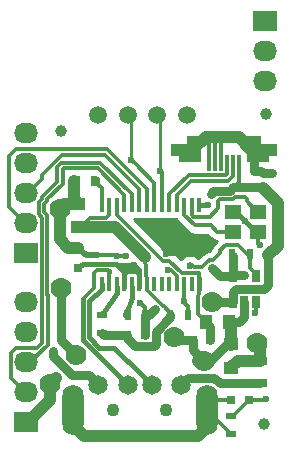
<source format=gtl>
%TF.GenerationSoftware,KiCad,Pcbnew,4.0.7*%
%TF.CreationDate,2018-05-11T16:59:45+01:00*%
%TF.ProjectId,a5v11-mod-01,61357631312D6D6F642D30312E6B6963,rev?*%
%TF.FileFunction,Copper,L1,Top,Signal*%
%FSLAX46Y46*%
G04 Gerber Fmt 4.6, Leading zero omitted, Abs format (unit mm)*
G04 Created by KiCad (PCBNEW 4.0.7) date Friday, 11 May 2018 'PMt' 16:59:45*
%MOMM*%
%LPD*%
G01*
G04 APERTURE LIST*
%ADD10C,0.100000*%
%ADD11C,1.000000*%
%ADD12R,0.750000X0.800000*%
%ADD13R,2.032000X1.727200*%
%ADD14O,2.032000X1.727200*%
%ADD15R,0.500000X0.900000*%
%ADD16R,0.900000X0.500000*%
%ADD17R,0.650000X1.060000*%
%ADD18R,0.300000X1.400000*%
%ADD19R,1.250000X2.300000*%
%ADD20R,0.700000X1.600000*%
%ADD21R,0.700000X1.100000*%
%ADD22C,1.650000*%
%ADD23C,1.100000*%
%ADD24O,1.800000X4.300000*%
%ADD25R,0.304800X1.143000*%
%ADD26R,1.250000X1.000000*%
%ADD27R,1.000000X1.250000*%
%ADD28R,0.800000X0.750000*%
%ADD29R,1.300000X0.700000*%
%ADD30R,1.400000X1.200000*%
%ADD31C,1.500000*%
%ADD32C,0.600000*%
%ADD33C,1.778000*%
%ADD34C,0.250000*%
%ADD35C,0.762000*%
%ADD36C,1.016000*%
%ADD37C,0.304800*%
%ADD38C,0.381000*%
%ADD39C,0.508000*%
%ADD40C,0.279400*%
%ADD41C,0.254000*%
G04 APERTURE END LIST*
D10*
D11*
X10652600Y25327400D03*
D12*
X-5244402Y12294732D03*
X-5244402Y13794732D03*
D11*
X-6637400Y23867400D03*
D13*
X10612600Y33197400D03*
D14*
X10612600Y30657400D03*
X10612600Y28117400D03*
D15*
X7802600Y13477400D03*
X9302600Y13477400D03*
X-5359402Y19648732D03*
X-3859402Y19648732D03*
D16*
X-3212402Y6770232D03*
X-3212402Y8270232D03*
D15*
X458598Y8282232D03*
X-1041402Y8282232D03*
X2578098Y8282232D03*
X4078098Y8282232D03*
D17*
X7902600Y9377400D03*
X8852600Y9377400D03*
X9802600Y9377400D03*
X9802600Y11577400D03*
X7902600Y11577400D03*
D18*
X8376600Y21127400D03*
X7876600Y21127400D03*
X7376600Y21127400D03*
X6876600Y21127400D03*
X6376600Y21127400D03*
X5876600Y21127400D03*
D19*
X4626600Y22377400D03*
D20*
X3651600Y22027400D03*
D21*
X2951600Y22277400D03*
D19*
X9626600Y22377400D03*
D20*
X10601600Y22027400D03*
D21*
X11301600Y22277400D03*
D13*
X-9597400Y13517400D03*
D14*
X-9597400Y16057400D03*
X-9597400Y18597400D03*
X-9597400Y21137400D03*
X-9597400Y23677400D03*
D13*
X-9597400Y-772600D03*
D14*
X-9597400Y1767400D03*
X-9597400Y4307400D03*
X-9597400Y6847400D03*
X-9597400Y9387400D03*
D22*
X1002600Y2377400D03*
X3502600Y2377400D03*
X-997400Y2377400D03*
X-3497400Y2377400D03*
D23*
X2252600Y277400D03*
X-2247400Y277400D03*
D24*
X-5697400Y277400D03*
X5702600Y277400D03*
D25*
X5042598Y17616732D03*
X4407598Y17616732D03*
X3772598Y17616732D03*
X3137598Y17616732D03*
X2502598Y17616732D03*
X1867598Y17616732D03*
X1232598Y17616732D03*
X597598Y17616732D03*
X-37402Y17616732D03*
X-672402Y17616732D03*
X-1307402Y17616732D03*
X-1942402Y17616732D03*
X-2577402Y17616732D03*
X-3212402Y17616732D03*
X-3212402Y10949232D03*
X-2577402Y10949232D03*
X-1942402Y10949232D03*
X-1307402Y10949232D03*
X-672402Y10949232D03*
X-37402Y10949232D03*
X597598Y10949232D03*
X1232598Y10949232D03*
X1867598Y10949232D03*
X2502598Y10949232D03*
X3137598Y10949232D03*
X3772598Y10949232D03*
X4407598Y10949232D03*
X5042598Y10949232D03*
D11*
X10502600Y-922600D03*
D26*
X7762600Y3817400D03*
X7762600Y5817400D03*
X-5244402Y15727732D03*
X-5244402Y17727732D03*
D27*
X5562600Y7667400D03*
X7562600Y7667400D03*
D28*
X5962600Y6167400D03*
X4462600Y6167400D03*
D29*
X10202600Y2517400D03*
X10202600Y4417400D03*
D28*
X412600Y6617400D03*
X-1087400Y6617400D03*
X9262600Y1067400D03*
X7762600Y1067400D03*
D16*
X7762600Y-282600D03*
X7762600Y-1782600D03*
D30*
X7848600Y15343400D03*
X10048600Y15343400D03*
X10048600Y17043400D03*
X7848600Y17043400D03*
D31*
X3992600Y25227400D03*
X1492600Y25227400D03*
X-1007400Y25227400D03*
X-3507400Y25227400D03*
D32*
X11176000Y20320000D03*
X10414000Y20320000D03*
X10414000Y20320000D03*
X9626600Y20465400D03*
X8356600Y23368000D03*
X7594600Y23368000D03*
X10160000Y14224000D03*
X8890000Y16256000D03*
X5751268Y17616732D03*
X6604000Y23368000D03*
X2252600Y13477400D03*
X10652600Y1177400D03*
D33*
X2919431Y6411973D03*
D32*
X1251929Y8778071D03*
D33*
X5407771Y4383221D03*
D32*
X56880Y9336332D03*
X-7347400Y5227400D03*
D33*
X-6768355Y17296912D03*
D32*
X-3597400Y13327400D03*
X-1947400Y13309857D03*
X-1197400Y13309857D03*
D33*
X9921752Y5958248D03*
D32*
X8852600Y11677400D03*
X-481902Y12536732D03*
X6152600Y12240400D03*
X1711207Y20513461D03*
X-734253Y21448261D03*
X2361276Y12122590D03*
X4255266Y12467400D03*
X9712600Y8417400D03*
X3772598Y9467400D03*
D33*
X6096000Y9398000D03*
D32*
X6004600Y18567400D03*
X6832600Y18796000D03*
X7620000Y18796000D03*
D33*
X-5397400Y4927400D03*
X-6651714Y10571714D03*
X-7565400Y2479340D03*
D34*
X3651600Y22027400D02*
X4276600Y22027400D01*
X4276600Y22027400D02*
X4626600Y22377400D01*
X2951600Y22277400D02*
X3401600Y22277400D01*
X3401600Y22277400D02*
X3651600Y22027400D01*
X9626600Y22377400D02*
X10251600Y22377400D01*
X10251600Y22377400D02*
X10601600Y22027400D01*
X11301600Y22277400D02*
X10851600Y22277400D01*
X10851600Y22277400D02*
X10601600Y22027400D01*
D35*
X11176000Y20320000D02*
X10414000Y20320000D01*
X9626600Y20465400D02*
X10268600Y20465400D01*
X10268600Y20465400D02*
X10414000Y20320000D01*
X9652000Y20440000D02*
X9626600Y20465400D01*
X9626600Y22377400D02*
X9626600Y20465400D01*
D36*
X6324600Y23368000D02*
X6832600Y23368000D01*
X6832600Y23368000D02*
X8356600Y23368000D01*
D37*
X6876600Y21127400D02*
X6876600Y23324000D01*
X6876600Y23324000D02*
X6832600Y23368000D01*
D36*
X5588000Y23368000D02*
X6324600Y23368000D01*
D37*
X6376600Y21127400D02*
X6376600Y23316000D01*
X6376600Y23316000D02*
X6324600Y23368000D01*
X5876600Y21127400D02*
X5876600Y23079400D01*
X5876600Y23079400D02*
X5588000Y23368000D01*
D36*
X9626600Y22377400D02*
X9347200Y22377400D01*
X9347200Y22377400D02*
X8356600Y23368000D01*
X4626600Y22406600D02*
X5588000Y23368000D01*
X4626600Y22377400D02*
X4626600Y22406600D01*
D37*
X10048600Y15343400D02*
X10048600Y14335400D01*
X10048600Y14335400D02*
X10160000Y14224000D01*
X2951600Y22277400D02*
X4526600Y22277400D01*
X11301600Y22277400D02*
X9726600Y22277400D01*
D38*
X2252600Y13477400D02*
X2252600Y13901664D01*
X2252600Y13901664D02*
X2184264Y13970000D01*
X8890000Y16256000D02*
X9802600Y15343400D01*
X9802600Y15343400D02*
X10048600Y15343400D01*
X7848600Y17043400D02*
X8102600Y17043400D01*
X8102600Y17043400D02*
X8890000Y16256000D01*
X5042598Y17616732D02*
X5751268Y17616732D01*
D37*
X6447600Y23211600D02*
X6604000Y23368000D01*
X4802600Y13477400D02*
X5252600Y13927400D01*
X5252600Y13927400D02*
X6002600Y13927400D01*
X2252600Y13477400D02*
X4802600Y13477400D01*
X-1947400Y13309857D02*
X-1197400Y13309857D01*
X-3597400Y13327400D02*
X-1964943Y13327400D01*
X-1964943Y13327400D02*
X-1947400Y13309857D01*
X10542600Y1067400D02*
X10652600Y1177400D01*
X9262600Y1067400D02*
X10542600Y1067400D01*
X7762600Y-282600D02*
X7912600Y-282600D01*
X7912600Y-282600D02*
X9262600Y1067400D01*
D35*
X3164004Y6167400D02*
X2919431Y6411973D01*
X4462600Y6167400D02*
X3164004Y6167400D01*
X412600Y6617400D02*
X412600Y8236234D01*
X412600Y8236234D02*
X458598Y8282232D01*
X4462600Y6167400D02*
X4462600Y5328392D01*
X4462600Y5328392D02*
X5407771Y4383221D01*
D36*
X5407771Y4383221D02*
X4949647Y4383221D01*
D35*
X951930Y8478072D02*
X1251929Y8778071D01*
X458598Y8282232D02*
X756090Y8282232D01*
X756090Y8282232D02*
X951930Y8478072D01*
X6014168Y4477400D02*
X5501950Y4477400D01*
X5501950Y4477400D02*
X5407771Y4383221D01*
X7762600Y5767360D02*
X7304128Y5767360D01*
X7304128Y5767360D02*
X6014168Y4477400D01*
X7512560Y7667400D02*
X8434600Y7667400D01*
X8434600Y7667400D02*
X8852600Y8085400D01*
X8852600Y8085400D02*
X8852600Y9377400D01*
D36*
X7762600Y5767360D02*
X7762600Y7417360D01*
X7762600Y7417360D02*
X7512560Y7667400D01*
D37*
X458598Y8282232D02*
X458598Y8934614D01*
X458598Y8934614D02*
X56880Y9336332D01*
D35*
X-7347400Y4803136D02*
X-7347400Y5227400D01*
X-4322399Y3202399D02*
X-5746663Y3202399D01*
X-5746663Y3202399D02*
X-7347400Y4803136D01*
X-3497400Y2377400D02*
X-4322399Y3202399D01*
D36*
X-5244402Y13994692D02*
X-6048314Y13994692D01*
X-6768355Y14714733D02*
X-6768355Y17296912D01*
X-6048314Y13994692D02*
X-6768355Y14714733D01*
X-5244402Y17677692D02*
X-6387575Y17677692D01*
X-6387575Y17677692D02*
X-6768355Y17296912D01*
D39*
X-3597400Y13327400D02*
X-4577110Y13327400D01*
X-4577110Y13327400D02*
X-5244402Y13994692D01*
D36*
X-5559362Y19648732D02*
X-5559362Y17992652D01*
X-5559362Y17992652D02*
X-5244402Y17677692D01*
X-5117402Y17743732D02*
X-5244402Y17677692D01*
D37*
X597598Y8343192D02*
X658558Y8282232D01*
D36*
X332431Y13316113D02*
X465015Y13183529D01*
X-2129228Y15777772D02*
X332431Y13316113D01*
X-5244402Y15777772D02*
X-2129228Y15777772D01*
D35*
X-1087400Y6617400D02*
X-3059570Y6617400D01*
X-3059570Y6617400D02*
X-3212402Y6770232D01*
X1207722Y5677400D02*
X-382522Y5677400D01*
X-382522Y5677400D02*
X-1087400Y6382278D01*
X-1087400Y6382278D02*
X-1087400Y6617400D01*
X2578098Y8082232D02*
X1346001Y6850135D01*
X2578098Y8282232D02*
X2578098Y8082232D01*
X1346001Y6850135D02*
X1346001Y5815679D01*
X1346001Y5815679D02*
X1207722Y5677400D01*
D37*
X1962848Y9037032D02*
X2023298Y9037032D01*
X597598Y10949232D02*
X597598Y10402282D01*
X597598Y10402282D02*
X1962848Y9037032D01*
X2023298Y9037032D02*
X2578098Y8482232D01*
X2578098Y8482232D02*
X2578098Y8282232D01*
X-5244402Y15777772D02*
X-4897028Y15777772D01*
X-4897028Y15777772D02*
X-4197400Y16477400D01*
X-4197400Y16477400D02*
X-2840434Y16477400D01*
X-2840434Y16477400D02*
X-2577402Y16740432D01*
X-2577402Y16740432D02*
X-2577402Y17616732D01*
X597598Y13316113D02*
X465015Y13183529D01*
X465015Y13183529D02*
X597598Y10949232D01*
D38*
X-5244402Y15711732D02*
X-5371402Y15838732D01*
X-5371402Y15838732D02*
X-5244402Y15777772D01*
D37*
X4902199Y8377841D02*
X5612640Y7667400D01*
X4902199Y9932533D02*
X4902199Y8377841D01*
X5042598Y10072932D02*
X4902199Y9932533D01*
X5042598Y10949232D02*
X5042598Y10072932D01*
X1925431Y12872599D02*
X2498366Y12872599D01*
X-1942402Y16740432D02*
X-1942402Y17616732D01*
X1925431Y12872599D02*
X-1942402Y16740432D01*
X3545432Y11825533D02*
X2498366Y12872599D01*
X5042597Y11825533D02*
X3545432Y11825533D01*
X5042598Y10949232D02*
X5042597Y11825533D01*
D35*
X5962600Y6167400D02*
X5962600Y7267400D01*
X5962600Y7267400D02*
X5562600Y7667400D01*
D38*
X5042598Y10949232D02*
X5042598Y10568232D01*
X5042598Y11393732D02*
X5042598Y10504732D01*
X5042598Y10504732D02*
X5042598Y10631732D01*
X-4777423Y12622711D02*
X-4863402Y12536732D01*
X-2028381Y12622711D02*
X-4777423Y12622711D01*
X-1942402Y12536732D02*
X-2028381Y12622711D01*
D37*
X-4863402Y12536732D02*
X-5002402Y12536732D01*
X-5002402Y12536732D02*
X-5244402Y12294732D01*
D36*
X10202600Y4417360D02*
X8312520Y4417360D01*
X8312520Y4417360D02*
X7762600Y3867440D01*
X10202600Y4417360D02*
X10202600Y5677400D01*
X10202600Y5677400D02*
X9921752Y5958248D01*
D35*
X8852600Y11677400D02*
X8002600Y11677400D01*
X8002600Y11677400D02*
X7902600Y11577400D01*
X7902600Y11577400D02*
X7902600Y13277400D01*
X7902600Y11577400D02*
X6815600Y11577400D01*
X6815600Y11577400D02*
X6152600Y12240400D01*
D38*
X-37402Y10631732D02*
X-37402Y11393732D01*
X-37402Y11393732D02*
X-37402Y11774732D01*
X-1307402Y12346232D02*
X-418402Y12346232D01*
X-418402Y12346232D02*
X-418402Y12473232D01*
X-291402Y12028732D02*
X-37402Y11774732D01*
X-1307402Y11901732D02*
X-1942402Y12536732D01*
X-1307402Y11584232D02*
X-1307402Y12346232D01*
X-1307402Y12346232D02*
X-1307402Y12536732D01*
X-481902Y12536732D02*
X-1307402Y12536732D01*
X-1307402Y12536732D02*
X-1942402Y12536732D01*
X-37402Y11774732D02*
X-37402Y12092232D01*
X-37402Y12092232D02*
X-418402Y12473232D01*
X-418402Y12473232D02*
X-481902Y12536732D01*
X-1307402Y11838232D02*
X-1116902Y12028732D01*
X-1116902Y12028732D02*
X-291402Y12028732D01*
X-1307402Y10949232D02*
X-1307402Y11838232D01*
X-1307402Y10949232D02*
X-1307402Y11901732D01*
X-1307402Y10631732D02*
X-1307402Y11393732D01*
X-1307402Y10631732D02*
X-1307402Y11584232D01*
X-1307402Y11584232D02*
X-1307402Y11520732D01*
D37*
X7876600Y20082165D02*
X7876600Y20122600D01*
X7459823Y19665388D02*
X7876600Y20082165D01*
X4321546Y19665388D02*
X7459823Y19665388D01*
X3137598Y18481440D02*
X4321546Y19665388D01*
X7876600Y20122600D02*
X7876600Y21127400D01*
X3137598Y17616732D02*
X3137598Y18481440D01*
X3137598Y17616732D02*
X3137598Y18169212D01*
X2502598Y17616732D02*
X2502598Y18493032D01*
X2502598Y18493032D02*
X4132165Y20122599D01*
X4132165Y20122599D02*
X7270441Y20122599D01*
X7270441Y20122599D02*
X7376600Y20228758D01*
X7376600Y20228758D02*
X7376600Y21127400D01*
X2502598Y18180805D02*
X2502598Y17616732D01*
D40*
X1711207Y20513461D02*
X1711207Y25008793D01*
X1711207Y25008793D02*
X1492600Y25227400D01*
D37*
X1867598Y20357070D02*
X1711207Y20513461D01*
X1867598Y17616732D02*
X1867598Y20357070D01*
D40*
X-734253Y21448261D02*
X-734253Y24954253D01*
X-734253Y24954253D02*
X-1007400Y25227400D01*
D37*
X-434254Y21148262D02*
X-734253Y21448261D01*
X1232598Y19481410D02*
X-434254Y21148262D01*
X1232598Y17616732D02*
X1232598Y19481410D01*
X597598Y17616732D02*
X597598Y18985810D01*
X-9749800Y16057400D02*
X-9597400Y16057400D01*
X597598Y18985810D02*
X-2751201Y22334609D01*
X-2751201Y22334609D02*
X-10490190Y22334610D01*
X-10490190Y22334610D02*
X-11097400Y21727400D01*
X-11097400Y21727400D02*
X-11097400Y17405000D01*
X-11097400Y17405000D02*
X-9749800Y16057400D01*
X-9445000Y18597400D02*
X-9597400Y18597400D01*
X-8276600Y19765800D02*
X-9445000Y18597400D01*
X-8276600Y20171587D02*
X-8276600Y19765800D01*
X-6570788Y21877399D02*
X-8276600Y20171587D01*
X-2940584Y21877399D02*
X-6570788Y21877399D01*
X-37402Y17616732D02*
X-37402Y18974217D01*
X-37402Y18974217D02*
X-2940584Y21877399D01*
X-6937400Y20864198D02*
X-6970344Y20831255D01*
X-672402Y17616732D02*
X-672402Y18493032D01*
X-672402Y18493032D02*
X-3346769Y21167399D01*
X-3346769Y21167399D02*
X-6634200Y21167398D01*
X-6634200Y21167398D02*
X-6937400Y20864198D01*
X-8548413Y17841607D02*
X-8548413Y16813193D01*
X-10947400Y2965000D02*
X-9749800Y1767400D01*
X-8548413Y16813193D02*
X-8276590Y16541370D01*
X-8276590Y18113429D02*
X-8548413Y17841607D01*
X-8302726Y11334121D02*
X-8302726Y9809307D01*
X-10497400Y5527400D02*
X-10947400Y5077400D01*
X-8276590Y18261631D02*
X-8276590Y18113429D01*
X-6970344Y20831255D02*
X-6970344Y19567877D01*
X-6970344Y19567877D02*
X-8276590Y18261631D01*
X-8276590Y16541370D02*
X-8276590Y11360257D01*
X-8276590Y5948210D02*
X-8697400Y5527400D01*
X-8276590Y11360257D02*
X-8302726Y11334121D01*
X-8302726Y9809307D02*
X-8276590Y9783171D01*
X-10947400Y5077400D02*
X-10947400Y2965000D01*
X-8276590Y9783171D02*
X-8276590Y5948210D01*
X-8697400Y5527400D02*
X-10497400Y5527400D01*
X-9749800Y1767400D02*
X-9597400Y1767400D01*
X-3536151Y20710189D02*
X-1307402Y18481440D01*
X-7790191Y5788017D02*
X-7790191Y9943365D01*
X-7790191Y9943365D02*
X-7845515Y9998689D01*
X-7845515Y9998689D02*
X-7845515Y11144739D01*
X-7845515Y11144739D02*
X-7819379Y11170875D01*
X-6513133Y20641873D02*
X-6444817Y20710189D01*
X-6444817Y20710189D02*
X-3536151Y20710189D01*
X-6513133Y19378495D02*
X-6513133Y20641873D01*
X-7819379Y18072249D02*
X-6513133Y19378495D01*
X-1307402Y18481440D02*
X-1307402Y17616732D01*
X-8091202Y17002575D02*
X-8091202Y17652225D01*
X-7819379Y11170875D02*
X-7819379Y16730753D01*
X-7819379Y16730753D02*
X-8091202Y17002575D01*
X-9270808Y4307400D02*
X-7790191Y5788017D01*
X-8091202Y17652225D02*
X-7819379Y17924047D01*
X-7819379Y17924047D02*
X-7819379Y18072249D01*
X-9597400Y4307400D02*
X-9270808Y4307400D01*
D38*
X-3212402Y10530132D02*
X-4304602Y9437931D01*
X-4304602Y9437931D02*
X-4304602Y6412175D01*
X-4304602Y6412175D02*
X-3419827Y5527400D01*
X-3419827Y5527400D02*
X-2147400Y5527400D01*
X-2147400Y5527400D02*
X177601Y3202399D01*
X177601Y3202399D02*
X1002600Y2377400D01*
X-3212402Y10949232D02*
X-3212402Y10530132D01*
X-3212402Y10631732D02*
X-3212402Y10504732D01*
D37*
X-2577402Y10949232D02*
X-2577402Y11825532D01*
X-3597399Y12127401D02*
X-3897400Y11827400D01*
X-2577402Y11825532D02*
X-2547400Y11855534D01*
X-2547400Y11855534D02*
X-2547400Y11977400D01*
X-2547400Y11977400D02*
X-2697401Y12127401D01*
X-3897400Y10599489D02*
X-4838013Y9658876D01*
X-2697401Y12127401D02*
X-3597399Y12127401D01*
X-3897400Y11827400D02*
X-3897400Y10599489D01*
D38*
X-4838013Y6159302D02*
X-4838013Y9658876D01*
X-1881110Y3202399D02*
X-4838013Y6159302D01*
X-1822399Y3202399D02*
X-1881110Y3202399D01*
X-997400Y2377400D02*
X-1822399Y3202399D01*
D35*
X8691300Y2517440D02*
X10202600Y2517440D01*
X6754208Y2517440D02*
X8691300Y2517440D01*
X4086010Y2960810D02*
X6310838Y2960810D01*
X6310838Y2960810D02*
X6754208Y2517440D01*
X3502600Y2377400D02*
X4086010Y2960810D01*
D37*
X7904071Y18110190D02*
X6808598Y18110190D01*
X6808598Y18110190D02*
X6646608Y17948200D01*
X9043800Y18134200D02*
X8890000Y18288000D01*
X8081881Y18288000D02*
X7904071Y18110190D01*
X8890000Y18288000D02*
X8081881Y18288000D01*
X9043800Y17948200D02*
X9043800Y18134200D01*
X5959400Y16627400D02*
X6646608Y17314608D01*
X6646608Y17314608D02*
X6646608Y17948200D01*
X4532222Y16627400D02*
X5959400Y16627400D01*
X10048600Y17043400D02*
X9948600Y17043400D01*
X9948600Y17043400D02*
X9043800Y17948200D01*
X4407598Y16752024D02*
X4532222Y16627400D01*
X4407598Y17616732D02*
X4407598Y16752024D01*
X6017800Y15877400D02*
X6551800Y15343400D01*
X6551800Y15343400D02*
X7848600Y15343400D01*
X6017800Y15877400D02*
X4635630Y15877400D01*
X4635630Y15877400D02*
X3772598Y16740432D01*
X3772598Y16740432D02*
X3772598Y17616732D01*
X4555265Y12330067D02*
X4255266Y12630066D01*
X5272387Y12330067D02*
X4555265Y12330067D01*
X5868528Y12926208D02*
X5272387Y12330067D01*
X3137598Y10949232D02*
X3137598Y11586774D01*
X3137598Y11586774D02*
X2601782Y12122590D01*
X2601782Y12122590D02*
X2361276Y12122590D01*
X6201408Y12926208D02*
X6822482Y13547282D01*
X6822482Y13547282D02*
X6822482Y13777400D01*
X5819720Y12877400D02*
X5868528Y12926208D01*
X5868528Y12926208D02*
X6201408Y12926208D01*
X8317679Y14232201D02*
X7277283Y14232201D01*
X7277283Y14232201D02*
X6822482Y13777400D01*
X9302600Y13477400D02*
X9072480Y13477400D01*
X9072480Y13477400D02*
X8317679Y14232201D01*
X9302600Y12282400D02*
X9302600Y13477400D01*
X9802600Y11577400D02*
X9802600Y11782400D01*
X9802600Y11782400D02*
X9302600Y12282400D01*
X9802600Y9377400D02*
X9802600Y8507400D01*
X9802600Y8507400D02*
X9712600Y8417400D01*
X9829017Y9248099D02*
X9829017Y8999793D01*
X9802600Y9274516D02*
X9829017Y9248099D01*
X9802600Y9377400D02*
X9802600Y9274516D01*
X3772598Y9467400D02*
X3772598Y10187232D01*
X3772598Y9342532D02*
X3772598Y9467400D01*
X4078098Y8282232D02*
X4078098Y9037032D01*
X3772598Y10187232D02*
X3772598Y10949232D01*
X4078098Y9037032D02*
X3772598Y9342532D01*
X8376600Y21127400D02*
X8376600Y19552600D01*
X8376600Y19552600D02*
X7620000Y18796000D01*
D35*
X6096000Y9398000D02*
X7882000Y9398000D01*
X7882000Y9398000D02*
X7902600Y9377400D01*
X6832600Y18796000D02*
X6233200Y18796000D01*
X6233200Y18796000D02*
X6004600Y18567400D01*
X7620000Y18796000D02*
X6832600Y18796000D01*
X7620000Y18796000D02*
X7919999Y19095999D01*
X7919999Y19095999D02*
X10355236Y19095999D01*
X10355236Y19095999D02*
X10401235Y19050000D01*
D36*
X11684000Y17767235D02*
X11684000Y14158564D01*
X11684000Y14158564D02*
X10886001Y13360565D01*
X10401235Y19050000D02*
X11684000Y17767235D01*
D35*
X-6651714Y10571714D02*
X-6651714Y6181714D01*
X-6651714Y6181714D02*
X-5397400Y4927400D01*
X7852600Y9427400D02*
X7902600Y9377400D01*
X10886001Y10845679D02*
X10886001Y13360565D01*
X10517722Y10477400D02*
X10886001Y10845679D01*
X7902600Y10242522D02*
X8137478Y10477400D01*
X7902600Y9377400D02*
X7902600Y10242522D01*
X8137478Y10477400D02*
X10517722Y10477400D01*
D36*
X-7565400Y2479340D02*
X-7088166Y2956574D01*
X-7565400Y1107000D02*
X-7565400Y2479340D01*
X-9445000Y-772600D02*
X-7565400Y1107000D01*
X-9597400Y-772600D02*
X-9445000Y-772600D01*
D38*
X-672402Y10631732D02*
X-672402Y9742732D01*
X-672402Y9742732D02*
X-1053402Y8663232D01*
X-1053402Y8663232D02*
X-1180402Y8663232D01*
X-1180402Y8663232D02*
X-1241362Y8282232D01*
X-1942402Y10631732D02*
X-1942402Y10187232D01*
X-1942402Y10187232D02*
X-3085402Y8472732D01*
X-3085402Y8472732D02*
X-3212402Y8470192D01*
D37*
X-3212402Y17616732D02*
X-3212402Y19001732D01*
X-3212402Y19001732D02*
X-3859402Y19648732D01*
D38*
X-3593402Y19775732D02*
X-3659442Y19648732D01*
D37*
X5702600Y277400D02*
X7762600Y-1782600D01*
X7762600Y1067400D02*
X6492600Y1067400D01*
X6492600Y1067400D02*
X5702600Y277400D01*
D36*
X5702600Y277400D02*
X5702600Y-1222600D01*
X5702600Y-1222600D02*
X4952600Y-1972600D01*
X4952600Y-1972600D02*
X-4697400Y-1972600D01*
X-4697400Y-1972600D02*
X-5697400Y-972600D01*
X-5697400Y-972600D02*
X-5697400Y277400D01*
D41*
G36*
X2985198Y16397792D02*
X3072741Y16397792D01*
X3215822Y16183656D01*
X4078854Y15320624D01*
X4334305Y15149937D01*
X4635630Y15090000D01*
X5691648Y15090000D01*
X5995024Y14786624D01*
X6250475Y14615937D01*
X6498193Y14566663D01*
X6265706Y14334176D01*
X6095019Y14078725D01*
X6058927Y13897279D01*
X5875256Y13713608D01*
X5868528Y13713608D01*
X5567203Y13653671D01*
X5311752Y13482984D01*
X4946235Y13117467D01*
X4927470Y13117467D01*
X4785593Y13259592D01*
X4567845Y13350009D01*
X4556591Y13357529D01*
X4543432Y13360146D01*
X4442065Y13402238D01*
X4331338Y13402334D01*
X4255266Y13417466D01*
X4179858Y13402466D01*
X4070099Y13402562D01*
X3967766Y13360279D01*
X3953941Y13357529D01*
X3942323Y13349766D01*
X3726323Y13260517D01*
X3474942Y13009575D01*
X3055142Y13429375D01*
X2799691Y13600062D01*
X2498366Y13659999D01*
X2251583Y13659999D01*
X-491561Y16403143D01*
X-348841Y16429998D01*
X-189802Y16397792D01*
X114998Y16397792D01*
X286159Y16429998D01*
X445198Y16397792D01*
X749998Y16397792D01*
X921159Y16429998D01*
X1080198Y16397792D01*
X1384998Y16397792D01*
X1556159Y16429998D01*
X1715198Y16397792D01*
X2019998Y16397792D01*
X2191159Y16429998D01*
X2350198Y16397792D01*
X2654998Y16397792D01*
X2826159Y16429998D01*
X2985198Y16397792D01*
X2985198Y16397792D01*
G37*
X2985198Y16397792D02*
X3072741Y16397792D01*
X3215822Y16183656D01*
X4078854Y15320624D01*
X4334305Y15149937D01*
X4635630Y15090000D01*
X5691648Y15090000D01*
X5995024Y14786624D01*
X6250475Y14615937D01*
X6498193Y14566663D01*
X6265706Y14334176D01*
X6095019Y14078725D01*
X6058927Y13897279D01*
X5875256Y13713608D01*
X5868528Y13713608D01*
X5567203Y13653671D01*
X5311752Y13482984D01*
X4946235Y13117467D01*
X4927470Y13117467D01*
X4785593Y13259592D01*
X4567845Y13350009D01*
X4556591Y13357529D01*
X4543432Y13360146D01*
X4442065Y13402238D01*
X4331338Y13402334D01*
X4255266Y13417466D01*
X4179858Y13402466D01*
X4070099Y13402562D01*
X3967766Y13360279D01*
X3953941Y13357529D01*
X3942323Y13349766D01*
X3726323Y13260517D01*
X3474942Y13009575D01*
X3055142Y13429375D01*
X2799691Y13600062D01*
X2498366Y13659999D01*
X2251583Y13659999D01*
X-491561Y16403143D01*
X-348841Y16429998D01*
X-189802Y16397792D01*
X114998Y16397792D01*
X286159Y16429998D01*
X445198Y16397792D01*
X749998Y16397792D01*
X921159Y16429998D01*
X1080198Y16397792D01*
X1384998Y16397792D01*
X1556159Y16429998D01*
X1715198Y16397792D01*
X2019998Y16397792D01*
X2191159Y16429998D01*
X2350198Y16397792D01*
X2654998Y16397792D01*
X2826159Y16429998D01*
X2985198Y16397792D01*
G36*
X7975600Y16896400D02*
X7721600Y16896400D01*
X7721600Y16916400D01*
X7701600Y16916400D01*
X7701600Y17170400D01*
X7721600Y17170400D01*
X7721600Y17190400D01*
X7975600Y17190400D01*
X7975600Y16896400D01*
X7975600Y16896400D01*
G37*
X7975600Y16896400D02*
X7721600Y16896400D01*
X7721600Y16916400D01*
X7701600Y16916400D01*
X7701600Y17170400D01*
X7721600Y17170400D01*
X7721600Y17190400D01*
X7975600Y17190400D01*
X7975600Y16896400D01*
M02*

</source>
